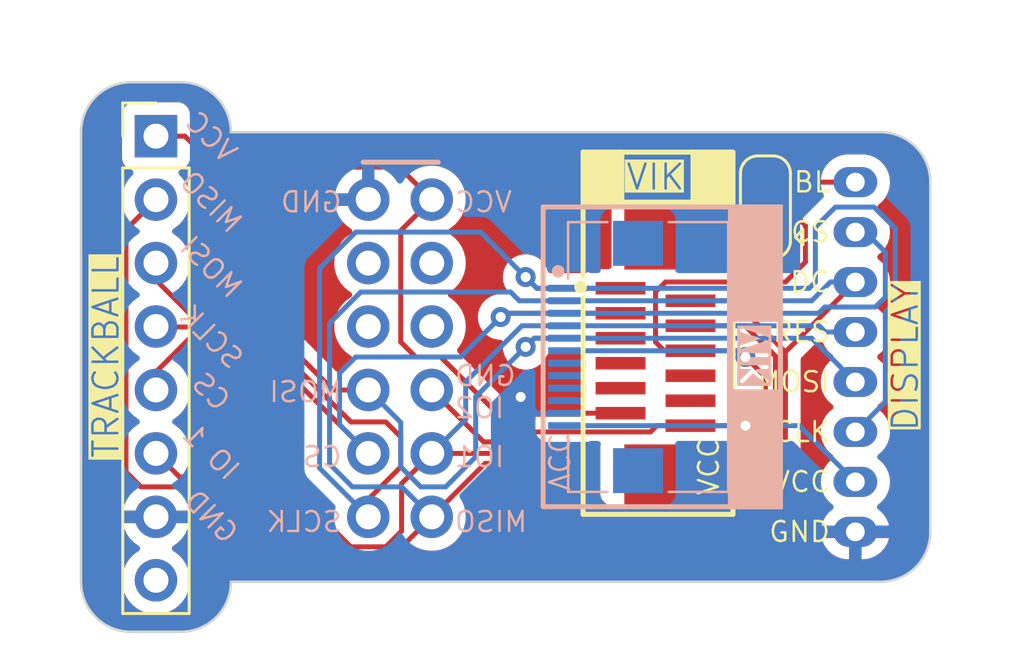
<source format=kicad_pcb>
(kicad_pcb (version 20221018) (generator pcbnew)
  (layers (0 "F.Cu" signal) (31 "B.Cu" signal) (34 "B.Paste" user) (35 "F.Paste" user) (36 "B.SilkS" user "B.Silkscreen") (37 "F.SilkS" user "F.Silkscreen") (38 "B.Mask" user) (39 "F.Mask" user) (44 "Edge.Cuts" user))
  (net 0 "")
  (net 1 "MOSI")
  (net 2 "SCLK")
  (net 3 "GPIO1")
  (net 5 "BL")
  (net 7 "MISO")
  (net 11 "GND{slash}BL")
  (net 16 "GND")
  (net 17 "VCC")
  (net 21 "CS")
  (footprint "Connector_PinHeader_2.54mm:PinHeader_1x08_P2.54mm_Vertical" (layer "F.Cu") (at 101 76.662767)
    (fp_text reference "J1" hide)
    (fp_text value "Conn_01x08_Pin")
    (fp_line (start -1.33 -1.33) (end 0 -1.33) (stroke (width 0.12)) (layer "F.SilkS"))
    (fp_line (start -1.33 0) (end -1.33 -1.33) (stroke (width 0.12)) (layer "F.SilkS"))
    (fp_line (start -1.33 1.27) (end -1.33 19.11) (stroke (width 0.12)) (layer "F.SilkS"))
    (fp_line (start -1.33 1.27) (end 1.33 1.27) (stroke (width 0.12)) (layer "F.SilkS"))
    (fp_line (start -1.33 19.11) (end 1.33 19.11) (stroke (width 0.12)) (layer "F.SilkS"))
    (fp_line (start 1.33 1.27) (end 1.33 19.11) (stroke (width 0.12)) (layer "F.SilkS"))
    (pad "1" thru_hole rect (at 0 0) (size 1.7 1.7) (drill 1) (layers "*.Cu" "*.Mask") (net 17 "VCC"))
    (pad "2" thru_hole oval (at 0 2.54) (size 1.7 1.7) (drill 1) (layers "*.Cu" "*.Mask") (net 7 "MISO"))
    (pad "3" thru_hole oval (at 0 5.08) (size 1.7 1.7) (drill 1) (layers "*.Cu" "*.Mask") (net 1 "MOSI"))
    (pad "4" thru_hole oval (at 0 7.62) (size 1.7 1.7) (drill 1) (layers "*.Cu" "*.Mask") (net 2 "SCLK"))
    (pad "5" thru_hole oval (at 0 10.16) (size 1.7 1.7) (drill 1) (layers "*.Cu" "*.Mask") (net 21 "CS"))
    (pad "6" thru_hole oval (at 0 12.7) (size 1.7 1.7) (drill 1) (layers "*.Cu" "*.Mask") (net 3 "GPIO1"))
    (pad "7" thru_hole oval (at 0 15.24) (size 1.7 1.7) (drill 1) (layers "*.Cu" "*.Mask") (net 16 "GND"))
    (pad "8" thru_hole oval (at 0 17.78) (size 1.7 1.7) (drill 1) (layers "*.Cu" "*.Mask"))
  )
  (footprint "zzkeeb:Connector_Display-8pin-SPI-2.0mm" (layer "F.Cu") (at 129 92.502767 90)
    (fp_text reference "DISP1" hide)
    (fp_text value "Display_generic-spi-8pin" hide)
    (fp_text user "BL" (at 14 -0.95 unlocked) (layer "F.SilkS") (effects (font (size 0.8 0.8) (thickness 0.1)) (justify right)))
    (fp_text user "GND" (at 0 -0.95 unlocked) (layer "F.SilkS") (effects (font (size 0.8 0.8) (thickness 0.1)) (justify right)))
    (fp_text user "DISPLAY" (at 7 2 90) (layer "F.SilkS" knockout) (effects (font (thickness 0.1))))
    (fp_text user "CS" (at 12 -0.95 unlocked) (layer "F.SilkS") (effects (font (size 0.8 0.8) (thickness 0.1)) (justify right)))
    (fp_text user "DC" (at 10 -0.95 unlocked) (layer "F.SilkS") (effects (font (size 0.8 0.8) (thickness 0.1)) (justify right)))
    (fp_text user "RES" (at 8 -0.95 unlocked) (layer "F.SilkS") (effects (font (size 0.8 0.8) (thickness 0.1)) (justify right)))
    (fp_text user "VCC" (at 2 -0.95 unlocked) (layer "F.SilkS") (effects (font (size 0.8 0.8) (thickness 0.1)) (justify right)))
    (fp_text user "SCLK" (at 4 -0.95 unlocked) (layer "F.SilkS") (effects (font (size 0.8 0.8) (thickness 0.1)) (justify right)))
    (fp_text user "MOSI" (at 6 -0.95 unlocked) (layer "F.SilkS") (effects (font (size 0.8 0.8) (thickness 0.1)) (justify right)))
    (pad "1" thru_hole oval (at 0 0 90) (size 1.2 1.75) (drill 0.75) (layers "*.Cu" "*.Mask") (net 16 "GND"))
    (pad "2" thru_hole oval (at 2 0 90) (size 1.2 1.75) (drill 0.75) (layers "*.Cu" "*.Mask") (net 17 "VCC"))
    (pad "3" thru_hole oval (at 4 0 90) (size 1.2 1.75) (drill 0.75) (layers "*.Cu" "*.Mask") (net 2 "SCLK"))
    (pad "4" thru_hole oval (at 6 0 90) (size 1.2 1.75) (drill 0.75) (layers "*.Cu" "*.Mask") (net 1 "MOSI"))
    (pad "5" thru_hole oval (at 8 0 90) (size 1.2 1.75) (drill 0.75) (layers "*.Cu" "*.Mask") (net 3 "GPIO1"))
    (pad "6" thru_hole oval (at 10 0 90) (size 1.2 1.75) (drill 0.75) (layers "*.Cu" "*.Mask") (net 7 "MISO"))
    (pad "7" thru_hole oval (at 12 0 90) (size 1.2 1.75) (drill 0.75) (layers "*.Cu" "*.Mask") (net 21 "CS"))
    (pad "8" thru_hole oval (at 14 0 90) (size 1.2 1.75) (drill 0.75) (layers "*.Cu" "*.Mask") (net 5 "BL"))
  )
  (footprint "zzkeeb:Connector_VIK-vertical-keyboard" (layer "F.Cu") (at 121 85.502767)
    (fp_text reference "VIK_M2" hide)
    (fp_text value "Connector_VIK-module" hide)
    (fp_text user "VIK" (at 0 -7.2 unlocked) (layer "F.SilkS" knockout) (effects (font (thickness 0.1))))
    (fp_circle (center -3 -2.8) (end -2.873 -2.8) (stroke (width 0.254)) (fill none) (layer "F.SilkS"))
    (pad "" smd rect (at 0 -4.75) (size 2.5 2.5) (layers "F.Cu" "F.Paste" "F.Mask"))
    (pad "" smd rect (at 0 4.75) (size 2.5 2.5) (layers "F.Cu" "F.Paste" "F.Mask"))
    (pad "1" smd custom (at -1.9 -2.75 180) (size 1 0.5) (layers "F.Cu" "F.Paste" "F.Mask") (net 2 "SCLK") (options (clearance outline) (anchor rect)) (primitives (gr_poly (pts (xy -1.5 0.25) (xy -0.5 0.25) (xy -0.5 -0.25) (xy -1.5 -0.25)) (width 0) (fill yes))))
    (pad "2" smd custom (at 1.9 -2.25) (size 1 0.5) (layers "F.Cu" "F.Paste" "F.Mask") (net 7 "MISO") (options (clearance outline) (anchor rect)) (primitives (gr_poly (pts (xy -1.5 0.25) (xy -0.5 0.25) (xy -0.5 -0.25) (xy -1.5 -0.25)) (width 0) (fill yes))))
    (pad "3" smd custom (at -1.9 -1.75 180) (size 1 0.5) (layers "F.Cu" "F.Paste" "F.Mask") (net 21 "CS") (options (clearance outline) (anchor rect)) (primitives (gr_poly (pts (xy -1.5 0.25) (xy -0.5 0.25) (xy -0.5 -0.25) (xy -1.5 -0.25)) (width 0) (fill yes))))
    (pad "4" smd custom (at 1.9 -1.25) (size 1 0.5) (layers "F.Cu" "F.Paste" "F.Mask") (net 3 "GPIO1") (options (clearance outline) (anchor rect)) (primitives (gr_poly (pts (xy -1.5 0.25) (xy -0.5 0.25) (xy -0.5 -0.25) (xy -1.5 -0.25)) (width 0) (fill yes))))
    (pad "5" smd custom (at -1.9 -0.75 180) (size 1 0.5) (layers "F.Cu" "F.Paste" "F.Mask") (net 1 "MOSI") (options (clearance outline) (anchor rect)) (primitives (gr_poly (pts (xy -1.5 0.25) (xy -0.5 0.25) (xy -0.5 -0.25) (xy -1.5 -0.25)) (width 0) (fill yes))))
    (pad "6" smd custom (at 1.9 -0.25) (size 1 0.5) (layers "F.Cu" "F.Paste" "F.Mask") (net 11 "GND{slash}BL") (options (clearance outline) (anchor rect)) (primitives (gr_poly (pts (xy -1.5 0.25) (xy -0.5 0.25) (xy -0.5 -0.25) (xy -1.5 -0.25)) (width 0) (fill yes))))
    (pad "7" smd rect (at -1.4 0.25 270) (size 0.5 2) (layers "F.Cu" "F.Paste" "F.Mask"))
    (pad "8" smd custom (at 1.9 0.75) (size 1 0.5) (layers "F.Cu" "F.Paste" "F.Mask") (options (clearance outline) (anchor rect)) (primitives (gr_poly (pts (xy -1.5 0.25) (xy -0.5 0.25) (xy -0.5 -0.25) (xy -1.5 -0.25)) (width 0) (fill yes))))
    (pad "9" smd custom (at -1.9 1.25 180) (size 1 0.5) (layers "F.Cu" "F.Paste" "F.Mask") (options (clearance outline) (anchor rect)) (primitives (gr_poly (pts (xy -1.5 0.25) (xy -0.5 0.25) (xy -0.5 -0.25) (xy -1.5 -0.25)) (width 0) (fill yes))))
    (pad "10" smd custom (at 1.9 1.75) (size 1 0.5) (layers "F.Cu" "F.Paste" "F.Mask") (options (clearance outline) (anchor rect)) (primitives (gr_poly (pts (xy -1.5 0.25) (xy -0.5 0.25) (xy -0.5 -0.25) (xy -1.5 -0.25)) (width 0) (fill yes))))
    (pad "11" smd custom (at -1.9 2.25 180) (size 1 0.5) (layers "F.Cu" "F.Paste" "F.Mask") (net 16 "GND") (options (clearance outline) (anchor rect)) (primitives (gr_poly (pts (xy -1.5 0.25) (xy -0.5 0.25) (xy -0.5 -0.25) (xy -1.5 -0.25)) (width 0) (fill yes))))
    (pad "12" smd custom (at 1.9 2.75) (size 1 0.5) (layers "F.Cu" "F.Paste" "F.Mask") (net 17 "VCC") (options (clearance outline) (anchor rect)) (primitives (gr_poly (pts (xy -1.5 0.25) (xy -0.5 0.25) (xy -0.5 -0.25) (xy -1.5 -0.25)) (width 0) (fill yes))))
  )
  (footprint "Jumper:SolderJumper-3_P1.3mm_Open_RoundedPad1.0x1.5mm" (layer "F.Cu") (at 125.4 79.502767 90)
    (fp_text reference "JP1" hide)
    (fp_text value "SolderJumper_3_Open")
    (fp_line (start -2.05 0.3) (end -2.05 -0.3) (stroke (width 0.12)) (layer "F.SilkS"))
    (fp_line (start -1.5 1.5) (end -0.9 1.5) (stroke (width 0.12)) (layer "F.SilkS"))
    (fp_line (start -1.4 -1) (end 1.4 -1) (stroke (width 0.12)) (layer "F.SilkS"))
    (fp_line (start -1.2 1.2) (end -1.5 1.5) (stroke (width 0.12)) (layer "F.SilkS"))
    (fp_line (start -1.2 1.2) (end -0.9 1.5) (stroke (width 0.12)) (layer "F.SilkS"))
    (fp_line (start 1.4 1) (end -1.4 1) (stroke (width 0.12)) (layer "F.SilkS"))
    (fp_line (start 2.05 -0.3) (end 2.05 0.3) (stroke (width 0.12)) (layer "F.SilkS"))
    (fp_arc (start -2.05 -0.3) (mid -1.844975 -0.794975) (end -1.35 -1) (stroke (width 0.12)) (layer "F.SilkS"))
    (fp_arc (start -1.35 1) (mid -1.844975 0.794975) (end -2.05 0.3) (stroke (width 0.12)) (layer "F.SilkS"))
    (fp_arc (start 1.35 -1) (mid 1.844975 -0.794975) (end 2.05 -0.3) (stroke (width 0.12)) (layer "F.SilkS"))
    (fp_arc (start 2.05 0.3) (mid 1.844975 0.794975) (end 1.35 1) (stroke (width 0.12)) (layer "F.SilkS"))
    (pad "1" smd custom (at -1.3 0 90) (size 1 0.5) (layers "F.Cu" "F.Mask") (net 16 "GND") (options (clearance outline) (anchor rect)) (primitives (gr_circle (center 0 0.25) (end 0.5 0.25) (width 0) (fill yes)) (gr_circle (center 0 -0.25) (end 0.5 -0.25) (width 0) (fill yes)) (gr_poly (pts (xy 0.55 0.75) (xy 0 0.75) (xy 0 -0.75) (xy 0.55 -0.75)) (width 0) (fill yes))))
    (pad "2" smd rect (at 0 0 90) (size 1 1.5) (layers "F.Cu" "F.Mask") (net 11 "GND{slash}BL"))
    (pad "3" smd custom (at 1.3 0 90) (size 1 0.5) (layers "F.Cu" "F.Mask") (net 5 "BL") (options (clearance outline) (anchor rect)) (primitives (gr_circle (center 0 0.25) (end 0.5 0.25) (width 0) (fill yes)) (gr_circle (center 0 -0.25) (end 0.5 -0.25) (width 0) (fill yes)) (gr_poly (pts (xy 0 0.75) (xy -0.55 0.75) (xy -0.55 -0.75) (xy 0 -0.75)) (width 0) (fill yes))))
  )
  (footprint "zzkeeb:Connector_VIK-adapter-keyboard" (layer "F.Cu") (at 109.5 91.902767)
    (fp_text reference "VIK_M3" hide)
    (fp_text value "Connector_VIK-module" hide)
    (pad "1" thru_hole oval (at 0 0 180) (size 1.7 1.7) (drill 1) (layers "*.Cu" "*.Mask") (net 2 "SCLK"))
    (pad "2" thru_hole circle (at 2.54 0 180) (size 1.7 1.7) (drill 1) (layers "*.Cu" "*.Mask") (net 7 "MISO"))
    (pad "3" thru_hole oval (at 0 -2.54 180) (size 1.7 1.7) (drill 1) (layers "*.Cu" "*.Mask") (net 21 "CS"))
    (pad "4" thru_hole oval (at 2.54 -2.54 180) (size 1.7 1.7) (drill 1) (layers "*.Cu" "*.Mask") (net 3 "GPIO1"))
    (pad "5" thru_hole oval (at 0 -5.08 180) (size 1.7 1.7) (drill 1) (layers "*.Cu" "*.Mask") (net 1 "MOSI"))
    (pad "6" thru_hole oval (at 2.54 -5.08 180) (size 1.7 1.7) (drill 1) (layers "*.Cu" "*.Mask") (net 11 "GND{slash}BL"))
    (pad "7" thru_hole oval (at 0 -7.62 180) (size 1.7 1.7) (drill 1) (layers "*.Cu" "*.Mask"))
    (pad "8" thru_hole oval (at 2.54 -7.62 180) (size 1.7 1.7) (drill 1) (layers "*.Cu" "*.Mask"))
    (pad "9" thru_hole oval (at 0 -10.16 180) (size 1.7 1.7) (drill 1) (layers "*.Cu" "*.Mask"))
    (pad "10" thru_hole oval (at 2.54 -10.16 180) (size 1.7 1.7) (drill 1) (layers "*.Cu" "*.Mask"))
    (pad "11" thru_hole oval (at 0 -12.7 180) (size 1.7 1.7) (drill 1) (layers "*.Cu" "*.Mask") (net 16 "GND"))
    (pad "12" thru_hole oval (at 2.54 -12.7 180) (size 1.7 1.7) (drill 1) (layers "*.Cu" "*.Mask") (net 17 "VCC"))
  )
  (footprint "zzkeeb:Connector_VIK-horizontal-keyboard" (layer "B.Cu") (at 119 85.502767 -90)
    (fp_text reference "VIK_M1")
    (fp_text value "Connector_VIK-module" hide)
    (fp_text user "VIK" (at 0 -6 90 unlocked) (layer "B.SilkS" knockout) (effects (justify mirror)))
    (fp_line (start -5.4 -4.909) (end -5.4 -2.526) (stroke (width 0.1)) (layer "B.SilkS"))
    (fp_line (start -5.4 -0.075) (end -5.4 1.5) (stroke (width 0.1)) (layer "B.SilkS"))
    (fp_line (start -5.4 1.5) (end -3.131 1.5) (stroke (width 0.1)) (layer "B.SilkS"))
    (fp_line (start 5.4 -4.909) (end -5.4 -4.909) (stroke (width 0.1)) (layer "B.SilkS"))
    (fp_line (start 5.4 -4.909) (end 5.4 -2.526) (stroke (width 0.1)) (layer "B.SilkS"))
    (fp_line (start 5.4 -0.075) (end 5.4 1.5) (stroke (width 0.1)) (layer "B.SilkS"))
    (fp_line (start 5.4 1.5) (end 3.131 1.5) (stroke (width 0.1)) (layer "B.SilkS"))
    (fp_circle (center -3.429 1.9) (end -3.302 1.9) (stroke (width 0.254)) (fill none) (layer "B.SilkS"))
    (pad "1" smd rect (at -2.75 1.55 270) (size 0.28 1.5) (layers "B.Cu" "B.Paste" "B.Mask") (net 2 "SCLK"))
    (pad "2" smd rect (at -2.25 1.55 270) (size 0.28 1.5) (layers "B.Cu" "B.Paste" "B.Mask") (net 7 "MISO"))
    (pad "3" smd rect (at -1.75 1.55 270) (size 0.28 1.5) (layers "B.Cu" "B.Paste" "B.Mask") (net 21 "CS"))
    (pad "4" smd rect (at -1.25 1.55 270) (size 0.28 1.5) (layers "B.Cu" "B.Paste" "B.Mask") (net 3 "GPIO1"))
    (pad "5" smd rect (at -0.75 1.55 270) (size 0.28 1.5) (layers "B.Cu" "B.Paste" "B.Mask") (net 1 "MOSI"))
    (pad "6" smd rect (at -0.25 1.55 270) (size 0.28 1.5) (layers "B.Cu" "B.Paste" "B.Mask") (net 11 "GND{slash}BL"))
    (pad "7" smd rect (at 0.25 1.55 270) (size 0.28 1.5) (layers "B.Cu" "B.Paste" "B.Mask"))
    (pad "8" smd rect (at 0.75 1.55 270) (size 0.28 1.5) (layers "B.Cu" "B.Paste" "B.Mask"))
    (pad "9" smd rect (at 1.25 1.55 270) (size 0.28 1.5) (layers "B.Cu" "B.Paste" "B.Mask"))
    (pad "10" smd rect (at 1.75 1.55 270) (size 0.28 1.5) (layers "B.Cu" "B.Paste" "B.Mask"))
    (pad "11" smd rect (at 2.25 1.55 270) (size 0.28 1.5) (layers "B.Cu" "B.Paste" "B.Mask") (net 16 "GND"))
    (pad "12" smd rect (at 2.75 1.55 270) (size 0.28 1.5) (layers "B.Cu" "B.Paste" "B.Mask") (net 17 "VCC"))
    (pad "MP" smd rect (at -4.55 -1.3 270) (size 1.8 2) (layers "B.Cu" "B.Paste" "B.Mask"))
    (pad "MP" smd rect (at 4.55 -1.3 270) (size 1.8 2) (layers "B.Cu" "B.Paste" "B.Mask"))
  )
  (gr_poly (pts (xy 116.5 79.496685) (xy 125.999998 79.496687) (xy 125.999999 91.496685) (xy 116.500001 91.496686)) (stroke (width 0.2)) (fill none) (layer "B.SilkS"))
  (gr_line (start 124.000001 83.996686) (end 124 87.096686) (stroke (width 0.2)) (layer "B.SilkS"))
  (gr_line (start 109.299997 77.702769) (end 112.299997 77.70277) (stroke (width 0.2)) (layer "B.SilkS"))
  (gr_poly (pts (xy 124.000001 79.496686) (xy 125.95 79.496686) (xy 125.95 83.996686) (xy 124.000001 83.996686)) (stroke (width 0.2)) (fill solid) (layer "B.SilkS"))
  (gr_poly (pts (xy 123.999998 86.896686) (xy 125.999999 86.896686) (xy 126 91.502768) (xy 124.000002 91.502767)) (stroke (width 0.2)) (fill solid) (layer "B.SilkS"))
  (gr_line (start 118.099998 77.302766) (end 118.099998 82.302766) (stroke (width 0.2)) (layer "F.SilkS"))
  (gr_rect (start 118.149998 77.302766) (end 119.649998 79.302766) (stroke (width 0.2)) (fill solid) (layer "F.SilkS"))
  (gr_line (start 119.499998 79.302766) (end 122.499998 79.302766) (stroke (width 0.2)) (layer "F.SilkS"))
  (gr_line (start 118.099998 91.802766) (end 124.099998 91.802766) (stroke (width 0.2)) (layer "F.SilkS"))
  (gr_rect (start 122.499998 77.302766) (end 123.999998 79.302766) (stroke (width 0.2)) (fill solid) (layer "F.SilkS"))
  (gr_line (start 118.099998 77.302766) (end 124.099998 77.302766) (stroke (width 0.2)) (layer "F.SilkS"))
  (gr_line (start 124.099998 91.802766) (end 124.099998 77.302766) (stroke (width 0.2)) (layer "F.SilkS"))
  (gr_line (start 118.099998 91.802766) (end 118.099998 83.102766) (stroke (width 0.2)) (layer "F.SilkS"))
  (gr_arc (start 132 92.502767) (mid 131.414214 93.916981) (end 130 94.502767) (stroke (width 0.1)) (layer "Edge.Cuts"))
  (gr_line (start 102 96.502767) (end 100 96.502767) (stroke (width 0.1)) (layer "Edge.Cuts"))
  (gr_arc (start 98 76.502767) (mid 98.585786 75.088553) (end 100 74.502767) (stroke (width 0.1)) (layer "Edge.Cuts"))
  (gr_line (start 132 78.502767) (end 132 92.502767) (stroke (width 0.1)) (layer "Edge.Cuts"))
  (gr_line (start 130 94.502767) (end 104 94.502767) (stroke (width 0.1)) (layer "Edge.Cuts"))
  (gr_arc (start 104 94.502767) (mid 103.414214 95.916981) (end 102 96.502767) (stroke (width 0.1)) (layer "Edge.Cuts"))
  (gr_line (start 104 76.502767) (end 130 76.502767) (stroke (width 0.1)) (layer "Edge.Cuts"))
  (gr_arc (start 100 96.502767) (mid 98.585786 95.916981) (end 98 94.502767) (stroke (width 0.1)) (layer "Edge.Cuts"))
  (gr_arc (start 102 74.502767) (mid 103.414214 75.088553) (end 104 76.502767) (stroke (width 0.1)) (layer "Edge.Cuts"))
  (gr_line (start 98 76.502767) (end 98 94.502767) (stroke (width 0.1)) (layer "Edge.Cuts"))
  (gr_line (start 100 74.502767) (end 102 74.502767) (stroke (width 0.1)) (layer "Edge.Cuts"))
  (gr_arc (start 130 76.502767) (mid 131.414214 77.088553) (end 132 78.502767) (stroke (width 0.1)) (layer "Edge.Cuts"))
  (gr_text "IO1" (at 112.899998 89.502767) (layer "B.SilkS") (effects (font (size 0.8 0.8) (thickness 0.1)) (justify right mirror)))
  (gr_text "CS" (at 103.2 86.902767 315) (layer "B.SilkS") (effects (font (size 0.8 0.8) (thickness 0.1)) (justify mirror)))
  (gr_text "SCLK" (at 108.499998 92.102767) (layer "B.SilkS") (effects (font (size 0.8 0.8) (thickness 0.1)) (justify left mirror)))
  (gr_text "GND" (at 108.499998 79.302767) (layer "B.SilkS") (effects (font (size 0.8 0.8) (thickness 0.1)) (justify left mirror)))
  (gr_text "VCC" (at 112.899998 79.302767) (layer "B.SilkS") (effects (font (size 0.8 0.8) (thickness 0.1)) (justify right mirror)))
  (gr_text "CS" (at 108.499998 89.502767) (layer "B.SilkS") (effects (font (size 0.8 0.8) (thickness 0.1)) (justify left mirror)))
  (gr_text "GND" (at 103.2 91.902767 315) (layer "B.SilkS") (effects (font (size 0.8 0.8) (thickness 0.1)) (justify mirror)))
  (gr_text "MOSI" (at 108.499998 86.902766) (layer "B.SilkS") (effects (font (size 0.8 0.8) (thickness 0.1)) (justify left mirror)))
  (gr_text "MISO" (at 112.899998 92.102767) (layer "B.SilkS") (effects (font (size 0.8 0.8) (thickness 0.1)) (justify right mirror)))
  (gr_text "VCC" (at 103.2 76.702767 315) (layer "B.SilkS") (effects (font (size 0.8 0.8) (thickness 0.1)) (justify mirror)))
  (gr_text "SCLK" (at 103.2 84.702767 315) (layer "B.SilkS") (effects (font (size 0.8 0.8) (thickness 0.1)) (justify mirror)))
  (gr_text "GND\nIO2" (at 112.899998 86.902766) (layer "B.SilkS") (effects (font (size 0.8 0.8) (thickness 0.1)) (justify right mirror)))
  (gr_text "MOSI" (at 103.2 81.902767 315) (layer "B.SilkS") (effects (font (size 0.8 0.8) (thickness 0.1)) (justify mirror)))
  (gr_text "MISO" (at 103.2 79.302767 315) (layer "B.SilkS") (effects (font (size 0.8 0.8) (thickness 0.1)) (justify mirror)))
  (gr_text "VCC" (at 117.099998 88.502767 -90) (layer "B.SilkS") (effects (font (size 0.8 0.8) (thickness 0.1)) (justify right mirror)))
  (gr_text "IO 1" (at 103.2 89.302767 315) (layer "B.SilkS") (effects (font (size 0.8 0.8) (thickness 0.1)) (justify mirror)))
  (gr_text "TRACKBALL" (at 99 85.502767 90) (layer "F.SilkS" knockout) (effects (font (size 1 1) (thickness 0.1))))
  (gr_text "VCC" (at 123.6 91.102767 90) (layer "F.SilkS") (effects (font (size 0.8 0.8) (thickness 0.1)) (justify left bottom)))
  (segment (start 101 82.422767) (end 102.48 83.902767) (width 0.2) (layer "F.Cu") (net 1))
  (segment (start 116.144622 84.752767) (end 119.1 84.752767) (width 0.2) (layer "F.Cu") (net 1))
  (segment (start 115.8 85.097389) (end 116.144622 84.752767) (width 0.2) (layer "F.Cu") (net 1))
  (segment (start 101 81.742767) (end 101 82.422767) (width 0.2) (layer "F.Cu") (net 1))
  (segment (start 105.171372 83.902767) (end 108.091372 86.822767) (width 0.2) (layer "F.Cu") (net 1))
  (segment (start 108.091372 86.822767) (end 109.5 86.822767) (width 0.2) (layer "F.Cu") (net 1))
  (segment (start 102.48 83.902767) (end 105.171372 83.902767) (width 0.2) (layer "F.Cu") (net 1))
  (via (at 115.8 85.097389) (size 0.8) (drill 0.4) (layers "F.Cu" "B.Cu") (net 1))
  (segment (start 110.8 89.902767) (end 110.8 88.122767) (width 0.2) (layer "B.Cu") (net 1))
  (segment (start 115.8 85.097389) (end 116.144622 84.752767) (width 0.2) (layer "B.Cu") (net 1))
  (segment (start 129 86.502767) (end 127.25 84.752767) (width 0.2) (layer "B.Cu") (net 1))
  (segment (start 115.8 85.097389) (end 113.8 87.097389) (width 0.2) (layer "B.Cu") (net 1))
  (segment (start 110.8 88.122767) (end 109.5 86.822767) (width 0.2) (layer "B.Cu") (net 1))
  (segment (start 113.8 89.502767) (end 112.6 90.702767) (width 0.2) (layer "B.Cu") (net 1))
  (segment (start 113.8 87.097389) (end 113.8 89.502767) (width 0.2) (layer "B.Cu") (net 1))
  (segment (start 116.144622 84.752767) (end 117.45 84.752767) (width 0.2) (layer "B.Cu") (net 1))
  (segment (start 111.6 90.702767) (end 110.8 89.902767) (width 0.2) (layer "B.Cu") (net 1))
  (segment (start 127.25 84.752767) (end 117.45 84.752767) (width 0.2) (layer "B.Cu") (net 1))
  (segment (start 112.6 90.702767) (end 111.6 90.702767) (width 0.2) (layer "B.Cu") (net 1))
  (segment (start 116.25 82.752767) (end 119.1 82.752767) (width 0.2) (layer "F.Cu") (net 2))
  (segment (start 109.5 91.202767) (end 109.5 91.902767) (width 0.2) (layer "F.Cu") (net 2))
  (segment (start 101 84.282767) (end 101.02 84.302767) (width 0.2) (layer "F.Cu") (net 2))
  (segment (start 110.8 89.902767) (end 109.5 91.202767) (width 0.2) (layer "F.Cu") (net 2))
  (segment (start 110.8 88.702767) (end 110.8 89.902767) (width 0.2) (layer "F.Cu") (net 2))
  (segment (start 115.8 82.302767) (end 116.25 82.752767) (width 0.2) (layer "F.Cu") (net 2))
  (segment (start 101.02 84.302767) (end 105.005686 84.302767) (width 0.2) (layer "F.Cu") (net 2))
  (segment (start 108.805686 88.102767) (end 110.2 88.102767) (width 0.2) (layer "F.Cu") (net 2))
  (segment (start 110.2 88.102767) (end 110.8 88.702767) (width 0.2) (layer "F.Cu") (net 2))
  (segment (start 105.005686 84.302767) (end 108.805686 88.102767) (width 0.2) (layer "F.Cu") (net 2))
  (via (at 115.8 82.302767) (size 0.8) (drill 0.4) (layers "F.Cu" "B.Cu") (net 2))
  (segment (start 109 80.502767) (end 107.55 81.952767) (width 0.2) (layer "B.Cu") (net 2))
  (segment (start 115.8 82.302767) (end 114 80.502767) (width 0.2) (layer "B.Cu") (net 2))
  (segment (start 107.55 89.952766) (end 109.5 91.902767) (width 0.2) (layer "B.Cu") (net 2))
  (segment (start 114 80.502767) (end 109 80.502767) (width 0.2) (layer "B.Cu") (net 2))
  (segment (start 116.25 82.752767) (end 117.45 82.752767) (width 0.2) (layer "B.Cu") (net 2))
  (segment (start 127.15 82.752767) (end 117.45 82.752767) (width 0.2) (layer "B.Cu") (net 2))
  (segment (start 115.8 82.302767) (end 116.25 82.752767) (width 0.2) (layer "B.Cu") (net 2))
  (segment (start 129 88.502767) (end 130.2 87.302767) (width 0.2) (layer "B.Cu") (net 2))
  (segment (start 128.2 79.502767) (end 127.4 80.302767) (width 0.2) (layer "B.Cu") (net 2))
  (segment (start 130.6 80.354975) (end 129.747792 79.502767) (width 0.2) (layer "B.Cu") (net 2))
  (segment (start 130.2 83.702767) (end 130.6 83.302767) (width 0.2) (layer "B.Cu") (net 2))
  (segment (start 130.2 87.302767) (end 130.2 83.702767) (width 0.2) (layer "B.Cu") (net 2))
  (segment (start 130.6 83.302767) (end 130.6 80.354975) (width 0.2) (layer "B.Cu") (net 2))
  (segment (start 127.4 80.302767) (end 127.4 82.502767) (width 0.2) (layer "B.Cu") (net 2))
  (segment (start 107.55 81.952767) (end 107.55 89.952766) (width 0.2) (layer "B.Cu") (net 2))
  (segment (start 129.747792 79.502767) (end 128.2 79.502767) (width 0.2) (layer "B.Cu") (net 2))
  (segment (start 127.4 82.502767) (end 127.15 82.752767) (width 0.2) (layer "B.Cu") (net 2))
  (segment (start 116.26 89.362767) (end 112.04 89.362767) (width 0.2) (layer "F.Cu") (net 3))
  (segment (start 125.8 89.268453) (end 122.565685 92.502767) (width 0.2) (layer "F.Cu") (net 3))
  (segment (start 101.94 90.302767) (end 105.999999 90.302767) (width 0.2) (layer "F.Cu") (net 3))
  (segment (start 110.832843 92.469924) (end 110.832843 90.569924) (width 0.2) (layer "F.Cu") (net 3))
  (segment (start 122.565685 92.502767) (end 119.4 92.502767) (width 0.2) (layer "F.Cu") (net 3))
  (segment (start 124.584314 84.252767) (end 125.8 85.468453) (width 0.2) (layer "F.Cu") (net 3))
  (segment (start 125.8 85.468453) (end 125.8 89.268453) (width 0.2) (layer "F.Cu") (net 3))
  (segment (start 110.2 93.102767) (end 110.832843 92.469924) (width 0.2) (layer "F.Cu") (net 3))
  (segment (start 105.999999 90.302767) (end 108.8 93.102767) (width 0.2) (layer "F.Cu") (net 3))
  (segment (start 110.832843 90.569924) (end 112.04 89.362767) (width 0.2) (layer "F.Cu") (net 3))
  (segment (start 101 89.362767) (end 101.94 90.302767) (width 0.2) (layer "F.Cu") (net 3))
  (segment (start 108.8 93.102767) (end 110.2 93.102767) (width 0.2) (layer "F.Cu") (net 3))
  (segment (start 122.9 84.252767) (end 124.584314 84.252767) (width 0.2) (layer "F.Cu") (net 3))
  (segment (start 119.4 92.502767) (end 116.26 89.362767) (width 0.2) (layer "F.Cu") (net 3))
  (segment (start 113.4 86.502767) (end 113.4 88.002767) (width 0.2) (layer "B.Cu") (net 3))
  (segment (start 117.45 84.252767) (end 115.65 84.252767) (width 0.2) (layer "B.Cu") (net 3))
  (segment (start 127.8 84.502767) (end 127.55 84.252767) (width 0.2) (layer "B.Cu") (net 3))
  (segment (start 129 84.502767) (end 127.8 84.502767) (width 0.2) (layer "B.Cu") (net 3))
  (segment (start 127.55 84.252767) (end 117.45 84.252767) (width 0.2) (layer "B.Cu") (net 3))
  (segment (start 113.4 88.002767) (end 112.04 89.362767) (width 0.2) (layer "B.Cu") (net 3))
  (segment (start 115.65 84.252767) (end 113.4 86.502767) (width 0.2) (layer "B.Cu") (net 3))
  (segment (start 125.4 78.202767) (end 125.7 78.502767) (width 0.2) (layer "F.Cu") (net 5))
  (segment (start 125.7 78.502767) (end 129 78.502767) (width 0.2) (layer "F.Cu") (net 5))
  (segment (start 112.04 91.902767) (end 114.18 89.762767) (width 0.2) (layer "F.Cu") (net 7))
  (segment (start 126.2 85.302767) (end 124.15 83.252767) (width 0.2) (layer "F.Cu") (net 7))
  (segment (start 110.44 93.502767) (end 112.04 91.902767) (width 0.2) (layer "F.Cu") (net 7))
  (segment (start 101 79.202767) (end 99.8 80.402767) (width 0.2) (layer "F.Cu") (net 7))
  (segment (start 124.15 83.252767) (end 122.9 83.252767) (width 0.2) (layer "F.Cu") (net 7))
  (segment (start 108.634314 93.502767) (end 110.44 93.502767) (width 0.2) (layer "F.Cu") (net 7))
  (segment (start 99.8 90.102767) (end 100.4 90.702767) (width 0.2) (layer "F.Cu") (net 7))
  (segment (start 126.2 85.302767) (end 129 82.502767) (width 0.2) (layer "F.Cu") (net 7))
  (segment (start 122.731371 92.902767) (end 126.2 89.434139) (width 0.2) (layer "F.Cu") (net 7))
  (segment (start 119.234314 92.902767) (end 122.731371 92.902767) (width 0.2) (layer "F.Cu") (net 7))
  (segment (start 105.834314 90.702767) (end 108.634314 93.502767) (width 0.2) (layer "F.Cu") (net 7))
  (segment (start 114.18 89.762767) (end 116.094314 89.762767) (width 0.2) (layer "F.Cu") (net 7))
  (segment (start 116.094314 89.762767) (end 119.234314 92.902767) (width 0.2) (layer "F.Cu") (net 7))
  (segment (start 99.8 80.402767) (end 99.8 90.102767) (width 0.2) (layer "F.Cu") (net 7))
  (segment (start 100.4 90.702767) (end 105.834314 90.702767) (width 0.2) (layer "F.Cu") (net 7))
  (segment (start 126.2 89.434139) (end 126.2 85.302767) (width 0.2) (layer "F.Cu") (net 7))
  (segment (start 110.84 90.702767) (end 112.04 91.902767) (width 0.2) (layer "B.Cu") (net 7))
  (segment (start 129 82.502767) (end 128 82.502767) (width 0.2) (layer "B.Cu") (net 7))
  (segment (start 107.95 84.152767) (end 107.95 89.787081) (width 0.2) (layer "B.Cu") (net 7))
  (segment (start 115.55 83.252767) (end 115.2 82.902767) (width 0.2) (layer "B.Cu") (net 7))
  (segment (start 128 82.502767) (end 127.25 83.252767) (width 0.2) (layer "B.Cu") (net 7))
  (segment (start 107.95 89.787081) (end 108.865686 90.702767) (width 0.2) (layer "B.Cu") (net 7))
  (segment (start 127.25 83.252767) (end 117.45 83.252767) (width 0.2) (layer "B.Cu") (net 7))
  (segment (start 115.2 82.902767) (end 109.2 82.902767) (width 0.2) (layer "B.Cu") (net 7))
  (segment (start 109.2 82.902767) (end 107.95 84.152767) (width 0.2) (layer "B.Cu") (net 7))
  (segment (start 117.45 83.252767) (end 115.55 83.252767) (width 0.2) (layer "B.Cu") (net 7))
  (segment (start 108.865686 90.702767) (end 110.84 90.702767) (width 0.2) (layer "B.Cu") (net 7))
  (segment (start 126.2 82.502767) (end 121.4 82.502767) (width 0.2) (layer "F.Cu") (net 11))
  (segment (start 119.6 92.102767) (end 116.4 88.902767) (width 0.2) (layer "F.Cu") (net 11))
  (segment (start 127 80.227767) (end 127 81.702767) (width 0.2) (layer "F.Cu") (net 11))
  (segment (start 125.4 86.302767) (end 125.4 89.102767) (width 0.2) (layer "F.Cu") (net 11))
  (segment (start 122.4 92.102767) (end 119.6 92.102767) (width 0.2) (layer "F.Cu") (net 11))
  (segment (start 125.4 89.102767) (end 122.4 92.102767) (width 0.2) (layer "F.Cu") (net 11))
  (segment (start 114.12 88.902767) (end 112.04 86.822767) (width 0.2) (layer "F.Cu") (net 11))
  (segment (start 121 82.902767) (end 121 84.902767) (width 0.2) (layer "F.Cu") (net 11))
  (segment (start 121.4 82.502767) (end 121 82.902767) (width 0.2) (layer "F.Cu") (net 11))
  (segment (start 124.6 85.502767) (end 125.4 86.302767) (width 0.2) (layer "F.Cu") (net 11))
  (segment (start 124.6 85.502767) (end 124.35 85.252767) (width 0.2) (layer "F.Cu") (net 11))
  (segment (start 121.35 85.252767) (end 122.9 85.252767) (width 0.2) (layer "F.Cu") (net 11))
  (segment (start 121 84.902767) (end 121.35 85.252767) (width 0.2) (layer "F.Cu") (net 11))
  (segment (start 127 81.702767) (end 126.2 82.502767) (width 0.2) (layer "F.Cu") (net 11))
  (segment (start 124.35 85.252767) (end 122.9 85.252767) (width 0.2) (layer "F.Cu") (net 11))
  (segment (start 116.4 88.902767) (end 114.12 88.902767) (width 0.2) (layer "F.Cu") (net 11))
  (segment (start 126.275 79.502767) (end 127 80.227767) (width 0.2) (layer "F.Cu") (net 11))
  (segment (start 125.4 79.502767) (end 126.275 79.502767) (width 0.2) (layer "F.Cu") (net 11))
  (via (at 124.6 85.502767) (size 0.8) (drill 0.4) (layers "F.Cu" "B.Cu") (net 11))
  (segment (start 124.35 85.252767) (end 117.45 85.252767) (width 0.2) (layer "B.Cu") (net 11))
  (segment (start 124.6 85.502767) (end 124.35 85.252767) (width 0.2) (layer "B.Cu") (net 11))
  (segment (start 115.6 87.102767) (end 116.25 87.752767) (width 0.2) (layer "F.Cu") (net 16))
  (segment (start 116.25 87.752767) (end 119.1 87.752767) (width 0.2) (layer "F.Cu") (net 16))
  (via (at 115.6 87.102767) (size 0.8) (drill 0.4) (layers "F.Cu" "B.Cu") (net 16))
  (segment (start 116.25 87.752767) (end 115.6 87.102767) (width 0.2) (layer "B.Cu") (net 16))
  (segment (start 117.45 87.752767) (end 116.25 87.752767) (width 0.2) (layer "B.Cu") (net 16))
  (segment (start 110.8 80.442767) (end 110.8 84.902767) (width 0.2) (layer "F.Cu") (net 17))
  (segment (start 103.4 77.902767) (end 110.74 77.902767) (width 0.2) (layer "F.Cu") (net 17))
  (segment (start 101 76.662767) (end 102.16 76.662767) (width 0.2) (layer "F.Cu") (net 17))
  (segment (start 102.16 76.662767) (end 103.4 77.902767) (width 0.2) (layer "F.Cu") (net 17))
  (segment (start 121.05 88.252767) (end 122.9 88.252767) (width 0.2) (layer "F.Cu") (net 17))
  (segment (start 122.9 88.252767) (end 124.6 88.252767) (width 0.2) (layer "F.Cu") (net 17))
  (segment (start 112.4 85.502767) (end 115.4 88.502767) (width 0.2) (layer "F.Cu") (net 17))
  (segment (start 120.8 88.502767) (end 121.05 88.252767) (width 0.2) (layer "F.Cu") (net 17))
  (segment (start 115.4 88.502767) (end 120.8 88.502767) (width 0.2) (layer "F.Cu") (net 17))
  (segment (start 110.8 84.902767) (end 111.4 85.502767) (width 0.2) (layer "F.Cu") (net 17))
  (segment (start 111.4 85.502767) (end 112.4 85.502767) (width 0.2) (layer "F.Cu") (net 17))
  (segment (start 110.74 77.902767) (end 112.04 79.202767) (width 0.2) (layer "F.Cu") (net 17))
  (segment (start 112.04 79.202767) (end 110.8 80.442767) (width 0.2) (layer "F.Cu") (net 17))
  (via (at 124.6 88.252767) (size 0.8) (drill 0.4) (layers "F.Cu" "B.Cu") (net 17))
  (segment (start 124.6 88.252767) (end 117.45 88.252767) (width 0.2) (layer "B.Cu") (net 17))
  (segment (start 129 90.502767) (end 126.75 88.252767) (width 0.2) (layer "B.Cu") (net 17))
  (segment (start 126.75 88.252767) (end 124.6 88.252767) (width 0.2) (layer "B.Cu") (net 17))
  (segment (start 114.8 83.902767) (end 114.95 83.752767) (width 0.2) (layer "F.Cu") (net 21))
  (segment (start 101 86.102767) (end 102.4 84.702767) (width 0.2) (layer "F.Cu") (net 21))
  (segment (start 114.95 83.752767) (end 119.1 83.752767) (width 0.2) (layer "F.Cu") (net 21))
  (segment (start 102.4 84.702767) (end 104.84 84.702767) (width 0.2) (layer "F.Cu") (net 21))
  (segment (start 104.84 84.702767) (end 109.5 89.362767) (width 0.2) (layer "F.Cu") (net 21))
  (segment (start 101 86.822767) (end 101 86.102767) (width 0.2) (layer "F.Cu") (net 21))
  (via (at 114.8 83.902767) (size 0.8) (drill 0.4) (layers "F.Cu" "B.Cu") (net 21))
  (segment (start 114.95 83.752767) (end 117.45 83.752767) (width 0.2) (layer "B.Cu") (net 21))
  (segment (start 108.35 86.152767) (end 108.35 88.212767) (width 0.2) (layer "B.Cu") (net 21))
  (segment (start 129 80.102767) (end 130.2 81.302767) (width 0.2) (layer "B.Cu") (net 21))
  (segment (start 109 85.502767) (end 108.35 86.152767) (width 0.2) (layer "B.Cu") (net 21))
  (segment (start 114.8 83.902767) (end 113.2 85.502767) (width 0.2) (layer "B.Cu") (net 21))
  (segment (start 108.35 88.212767) (end 109.5 89.362767) (width 0.2) (layer "B.Cu") (net 21))
  (segment (start 127.526104 83.752767) (end 117.45 83.752767) (width 0.2) (layer "B.Cu") (net 21))
  (segment (start 129.8 83.502767) (end 127.776104 83.502767) (width 0.2) (layer "B.Cu") (net 21))
  (segment (start 130.2 81.302767) (end 130.2 83.102767) (width 0.2) (layer "B.Cu") (net 21))
  (segment (start 114.8 83.902767) (end 114.95 83.752767) (width 0.2) (layer "B.Cu") (net 21))
  (segment (start 127.776104 83.502767) (end 127.526104 83.752767) (width 0.2) (layer "B.Cu") (net 21))
  (segment (start 113.2 85.502767) (end 109 85.502767) (width 0.2) (layer "B.Cu") (net 21))
  (segment (start 130.2 83.102767) (end 129.8 83.502767) (width 0.2) (layer "B.Cu") (net 21))
  (zone (net 16) (net_name "GND") (layers "F&B.Cu") (connect_pads (clearance 0.508)) (min_thickness 0.25) (fill yes (thermal_gap 0.5) (thermal_bridge_width 0.5))
    (polygon (pts (xy 132 74.502767) (xy 132 96.502767) (xy 98 96.502767) (xy 98 74.502767)))
  )
)
</source>
